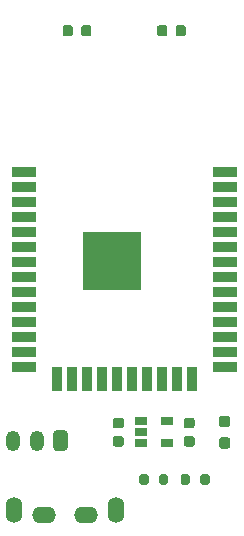
<source format=gbr>
G04 #@! TF.GenerationSoftware,KiCad,Pcbnew,(5.1.10)-1*
G04 #@! TF.CreationDate,2021-12-13T18:57:16+09:00*
G04 #@! TF.ProjectId,cat_toilet,6361745f-746f-4696-9c65-742e6b696361,rev?*
G04 #@! TF.SameCoordinates,Original*
G04 #@! TF.FileFunction,Soldermask,Top*
G04 #@! TF.FilePolarity,Negative*
%FSLAX46Y46*%
G04 Gerber Fmt 4.6, Leading zero omitted, Abs format (unit mm)*
G04 Created by KiCad (PCBNEW (5.1.10)-1) date 2021-12-13 18:57:16*
%MOMM*%
%LPD*%
G01*
G04 APERTURE LIST*
%ADD10O,1.200000X1.750000*%
%ADD11R,1.060000X0.650000*%
%ADD12R,2.000000X0.900000*%
%ADD13R,0.900000X2.000000*%
%ADD14R,5.000000X5.000000*%
%ADD15O,2.000000X1.400000*%
%ADD16O,1.400000X2.200000*%
G04 APERTURE END LIST*
G36*
G01*
X17925000Y-39775000D02*
X17925000Y-39225000D01*
G75*
G02*
X18125000Y-39025000I200000J0D01*
G01*
X18525000Y-39025000D01*
G75*
G02*
X18725000Y-39225000I0J-200000D01*
G01*
X18725000Y-39775000D01*
G75*
G02*
X18525000Y-39975000I-200000J0D01*
G01*
X18125000Y-39975000D01*
G75*
G02*
X17925000Y-39775000I0J200000D01*
G01*
G37*
G36*
G01*
X16275000Y-39775000D02*
X16275000Y-39225000D01*
G75*
G02*
X16475000Y-39025000I200000J0D01*
G01*
X16875000Y-39025000D01*
G75*
G02*
X17075000Y-39225000I0J-200000D01*
G01*
X17075000Y-39775000D01*
G75*
G02*
X16875000Y-39975000I-200000J0D01*
G01*
X16475000Y-39975000D01*
G75*
G02*
X16275000Y-39775000I0J200000D01*
G01*
G37*
G36*
G01*
X14425000Y-39775000D02*
X14425000Y-39225000D01*
G75*
G02*
X14625000Y-39025000I200000J0D01*
G01*
X15025000Y-39025000D01*
G75*
G02*
X15225000Y-39225000I0J-200000D01*
G01*
X15225000Y-39775000D01*
G75*
G02*
X15025000Y-39975000I-200000J0D01*
G01*
X14625000Y-39975000D01*
G75*
G02*
X14425000Y-39775000I0J200000D01*
G01*
G37*
G36*
G01*
X12775000Y-39775000D02*
X12775000Y-39225000D01*
G75*
G02*
X12975000Y-39025000I200000J0D01*
G01*
X13375000Y-39025000D01*
G75*
G02*
X13575000Y-39225000I0J-200000D01*
G01*
X13575000Y-39775000D01*
G75*
G02*
X13375000Y-39975000I-200000J0D01*
G01*
X12975000Y-39975000D01*
G75*
G02*
X12775000Y-39775000I0J200000D01*
G01*
G37*
D10*
X2100000Y-36200000D03*
X4100000Y-36200000D03*
G36*
G01*
X6700000Y-35574999D02*
X6700000Y-36825001D01*
G75*
G02*
X6450001Y-37075000I-249999J0D01*
G01*
X5749999Y-37075000D01*
G75*
G02*
X5500000Y-36825001I0J249999D01*
G01*
X5500000Y-35574999D01*
G75*
G02*
X5749999Y-35325000I249999J0D01*
G01*
X6450001Y-35325000D01*
G75*
G02*
X6700000Y-35574999I0J-249999D01*
G01*
G37*
G36*
G01*
X7150000Y-1243750D02*
X7150000Y-1756250D01*
G75*
G02*
X6931250Y-1975000I-218750J0D01*
G01*
X6493750Y-1975000D01*
G75*
G02*
X6275000Y-1756250I0J218750D01*
G01*
X6275000Y-1243750D01*
G75*
G02*
X6493750Y-1025000I218750J0D01*
G01*
X6931250Y-1025000D01*
G75*
G02*
X7150000Y-1243750I0J-218750D01*
G01*
G37*
G36*
G01*
X8725000Y-1243750D02*
X8725000Y-1756250D01*
G75*
G02*
X8506250Y-1975000I-218750J0D01*
G01*
X8068750Y-1975000D01*
G75*
G02*
X7850000Y-1756250I0J218750D01*
G01*
X7850000Y-1243750D01*
G75*
G02*
X8068750Y-1025000I218750J0D01*
G01*
X8506250Y-1025000D01*
G75*
G02*
X8725000Y-1243750I0J-218750D01*
G01*
G37*
D11*
X15100000Y-34550000D03*
X15100000Y-36450000D03*
X12900000Y-36450000D03*
X12900000Y-35500000D03*
X12900000Y-34550000D03*
D12*
X20000000Y-13495000D03*
X20000000Y-14765000D03*
X20000000Y-16035000D03*
X20000000Y-17305000D03*
X20000000Y-18575000D03*
X20000000Y-19845000D03*
X20000000Y-21115000D03*
X20000000Y-22385000D03*
X20000000Y-23655000D03*
X20000000Y-24925000D03*
X20000000Y-26195000D03*
X20000000Y-27465000D03*
X20000000Y-28735000D03*
X20000000Y-30005000D03*
D13*
X17215000Y-31005000D03*
X15945000Y-31005000D03*
X14675000Y-31005000D03*
X13405000Y-31005000D03*
X12135000Y-31005000D03*
X10865000Y-31005000D03*
X9595000Y-31005000D03*
X8325000Y-31005000D03*
X7055000Y-31005000D03*
X5785000Y-31005000D03*
D12*
X3000000Y-30005000D03*
X3000000Y-28735000D03*
X3000000Y-27465000D03*
X3000000Y-26195000D03*
X3000000Y-24925000D03*
X3000000Y-23655000D03*
X3000000Y-22385000D03*
X3000000Y-21115000D03*
X3000000Y-19845000D03*
X3000000Y-18575000D03*
X3000000Y-17305000D03*
X3000000Y-16035000D03*
X3000000Y-14765000D03*
X3000000Y-13495000D03*
D14*
X10500000Y-20995000D03*
D15*
X4700000Y-42500000D03*
X8300000Y-42500000D03*
D16*
X2175000Y-42100000D03*
X10825000Y-42100000D03*
G36*
G01*
X19762500Y-35925000D02*
X20237500Y-35925000D01*
G75*
G02*
X20475000Y-36162500I0J-237500D01*
G01*
X20475000Y-36662500D01*
G75*
G02*
X20237500Y-36900000I-237500J0D01*
G01*
X19762500Y-36900000D01*
G75*
G02*
X19525000Y-36662500I0J237500D01*
G01*
X19525000Y-36162500D01*
G75*
G02*
X19762500Y-35925000I237500J0D01*
G01*
G37*
G36*
G01*
X19762500Y-34100000D02*
X20237500Y-34100000D01*
G75*
G02*
X20475000Y-34337500I0J-237500D01*
G01*
X20475000Y-34837500D01*
G75*
G02*
X20237500Y-35075000I-237500J0D01*
G01*
X19762500Y-35075000D01*
G75*
G02*
X19525000Y-34837500I0J237500D01*
G01*
X19525000Y-34337500D01*
G75*
G02*
X19762500Y-34100000I237500J0D01*
G01*
G37*
G36*
G01*
X15850000Y-1756250D02*
X15850000Y-1243750D01*
G75*
G02*
X16068750Y-1025000I218750J0D01*
G01*
X16506250Y-1025000D01*
G75*
G02*
X16725000Y-1243750I0J-218750D01*
G01*
X16725000Y-1756250D01*
G75*
G02*
X16506250Y-1975000I-218750J0D01*
G01*
X16068750Y-1975000D01*
G75*
G02*
X15850000Y-1756250I0J218750D01*
G01*
G37*
G36*
G01*
X14275000Y-1756250D02*
X14275000Y-1243750D01*
G75*
G02*
X14493750Y-1025000I218750J0D01*
G01*
X14931250Y-1025000D01*
G75*
G02*
X15150000Y-1243750I0J-218750D01*
G01*
X15150000Y-1756250D01*
G75*
G02*
X14931250Y-1975000I-218750J0D01*
G01*
X14493750Y-1975000D01*
G75*
G02*
X14275000Y-1756250I0J218750D01*
G01*
G37*
G36*
G01*
X16750000Y-35825000D02*
X17250000Y-35825000D01*
G75*
G02*
X17475000Y-36050000I0J-225000D01*
G01*
X17475000Y-36500000D01*
G75*
G02*
X17250000Y-36725000I-225000J0D01*
G01*
X16750000Y-36725000D01*
G75*
G02*
X16525000Y-36500000I0J225000D01*
G01*
X16525000Y-36050000D01*
G75*
G02*
X16750000Y-35825000I225000J0D01*
G01*
G37*
G36*
G01*
X16750000Y-34275000D02*
X17250000Y-34275000D01*
G75*
G02*
X17475000Y-34500000I0J-225000D01*
G01*
X17475000Y-34950000D01*
G75*
G02*
X17250000Y-35175000I-225000J0D01*
G01*
X16750000Y-35175000D01*
G75*
G02*
X16525000Y-34950000I0J225000D01*
G01*
X16525000Y-34500000D01*
G75*
G02*
X16750000Y-34275000I225000J0D01*
G01*
G37*
G36*
G01*
X10750000Y-35825000D02*
X11250000Y-35825000D01*
G75*
G02*
X11475000Y-36050000I0J-225000D01*
G01*
X11475000Y-36500000D01*
G75*
G02*
X11250000Y-36725000I-225000J0D01*
G01*
X10750000Y-36725000D01*
G75*
G02*
X10525000Y-36500000I0J225000D01*
G01*
X10525000Y-36050000D01*
G75*
G02*
X10750000Y-35825000I225000J0D01*
G01*
G37*
G36*
G01*
X10750000Y-34275000D02*
X11250000Y-34275000D01*
G75*
G02*
X11475000Y-34500000I0J-225000D01*
G01*
X11475000Y-34950000D01*
G75*
G02*
X11250000Y-35175000I-225000J0D01*
G01*
X10750000Y-35175000D01*
G75*
G02*
X10525000Y-34950000I0J225000D01*
G01*
X10525000Y-34500000D01*
G75*
G02*
X10750000Y-34275000I225000J0D01*
G01*
G37*
M02*

</source>
